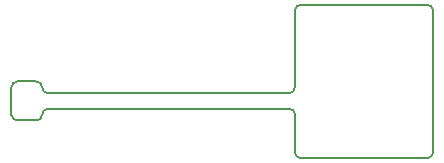
<source format=gbr>
G04 #@! TF.GenerationSoftware,KiCad,Pcbnew,(5.0.1)-3*
G04 #@! TF.CreationDate,2019-06-04T09:49:05+08:00*
G04 #@! TF.ProjectId,test-jig-light-sensor,746573742D6A69672D6C696768742D73,rev?*
G04 #@! TF.SameCoordinates,Original*
G04 #@! TF.FileFunction,Profile,NP*
%FSLAX46Y46*%
G04 Gerber Fmt 4.6, Leading zero omitted, Abs format (unit mm)*
G04 Created by KiCad (PCBNEW (5.0.1)-3) date 06/04/19 09:49:05*
%MOMM*%
%LPD*%
G01*
G04 APERTURE LIST*
%ADD10C,0.150000*%
G04 APERTURE END LIST*
D10*
X106600000Y-101000000D02*
X105000000Y-101000000D01*
X107600000Y-102000000D02*
G75*
G02X107100000Y-101500000I0J500000D01*
G01*
X106600000Y-101000000D02*
G75*
G02X107100000Y-101500000I0J-500000D01*
G01*
X106600000Y-104300000D02*
X105000000Y-104300000D01*
X107100000Y-103800000D02*
G75*
G02X106600000Y-104300000I-500000J0D01*
G01*
X107100000Y-103800000D02*
G75*
G02X107600000Y-103300000I500000J0D01*
G01*
X139700000Y-94500000D02*
G75*
G02X140200000Y-95000000I0J-500000D01*
G01*
X128000000Y-103300000D02*
G75*
G02X128500000Y-103800000I0J-500000D01*
G01*
X128500000Y-95000000D02*
G75*
G02X129000000Y-94500000I500000J0D01*
G01*
X129000000Y-107500000D02*
G75*
G02X128500000Y-107000000I0J500000D01*
G01*
X128500000Y-101500000D02*
G75*
G02X128000000Y-102000000I-500000J0D01*
G01*
X140200000Y-107000000D02*
G75*
G02X139700000Y-107500000I-500000J0D01*
G01*
X104500000Y-101500000D02*
G75*
G02X105000000Y-101000000I500000J0D01*
G01*
X105000000Y-104300000D02*
G75*
G02X104500000Y-103800000I0J500000D01*
G01*
X128000000Y-102000000D02*
X107600000Y-102000000D01*
X128500000Y-95000000D02*
X128500000Y-101500000D01*
X139700000Y-94500000D02*
X129000000Y-94500000D01*
X140200000Y-107000000D02*
X140200000Y-95000000D01*
X129000000Y-107500000D02*
X139700000Y-107500000D01*
X128500000Y-103800000D02*
X128500000Y-107000000D01*
X107600000Y-103300000D02*
X128000000Y-103300000D01*
X104500000Y-101500000D02*
X104500000Y-103800000D01*
M02*

</source>
